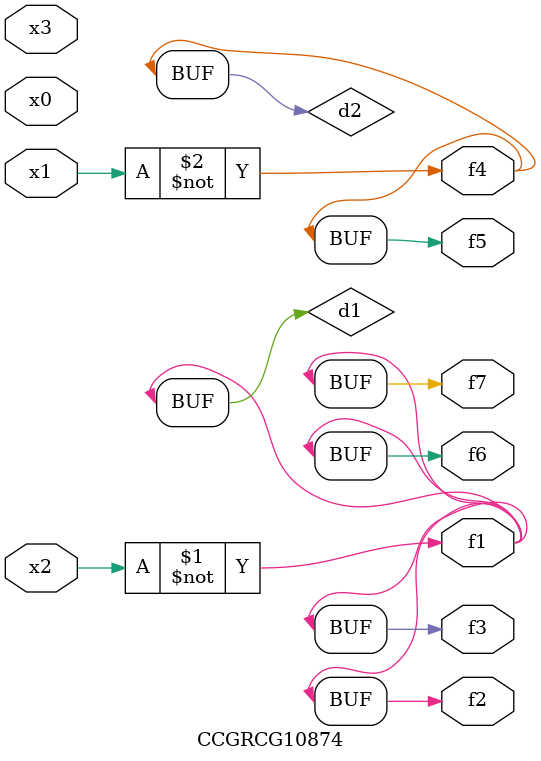
<source format=v>
module CCGRCG10874(
	input x0, x1, x2, x3,
	output f1, f2, f3, f4, f5, f6, f7
);

	wire d1, d2;

	xnor (d1, x2);
	not (d2, x1);
	assign f1 = d1;
	assign f2 = d1;
	assign f3 = d1;
	assign f4 = d2;
	assign f5 = d2;
	assign f6 = d1;
	assign f7 = d1;
endmodule

</source>
